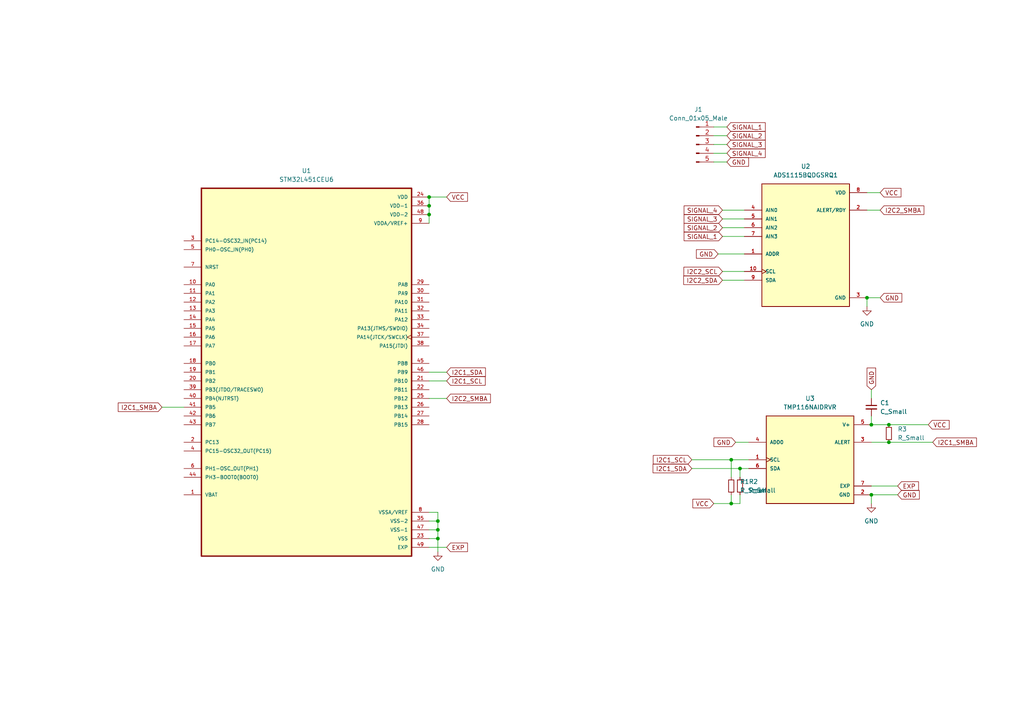
<source format=kicad_sch>
(kicad_sch (version 20211123) (generator eeschema)

  (uuid 22547a20-6f34-4c45-8d64-86a2b62d760e)

  (paper "A4")

  (lib_symbols
    (symbol "ADS1115BQDGSRQ1:ADS1115BQDGSRQ1" (pin_names (offset 1.016)) (in_bom yes) (on_board yes)
      (property "Reference" "U" (id 0) (at -12.7 18.542 0)
        (effects (font (size 1.27 1.27)) (justify left bottom))
      )
      (property "Value" "ADS1115BQDGSRQ1" (id 1) (at -12.7 -20.32 0)
        (effects (font (size 1.27 1.27)) (justify left bottom))
      )
      (property "Footprint" "SOP50P490X110-10N" (id 2) (at 0 0 0)
        (effects (font (size 1.27 1.27)) (justify left bottom) hide)
      )
      (property "Datasheet" "" (id 3) (at 0 0 0)
        (effects (font (size 1.27 1.27)) (justify left bottom) hide)
      )
      (property "STANDARD" "IPC 7351B" (id 4) (at 0 0 0)
        (effects (font (size 1.27 1.27)) (justify left bottom) hide)
      )
      (property "PARTREV" "D" (id 5) (at 0 0 0)
        (effects (font (size 1.27 1.27)) (justify left bottom) hide)
      )
      (property "MANUFACTURER" "Texas Instruments" (id 6) (at 0 0 0)
        (effects (font (size 1.27 1.27)) (justify left bottom) hide)
      )
      (property "MAXIMUM_PACKAGE_HEIGHT" "1.1 mm" (id 7) (at 0 0 0)
        (effects (font (size 1.27 1.27)) (justify left bottom) hide)
      )
      (property "ki_locked" "" (id 8) (at 0 0 0)
        (effects (font (size 1.27 1.27)))
      )
      (symbol "ADS1115BQDGSRQ1_0_0"
        (rectangle (start -12.7 -17.78) (end 12.7 17.78)
          (stroke (width 0.254) (type default) (color 0 0 0 0))
          (fill (type background))
        )
        (pin input line (at -17.78 -2.54 0) (length 5.08)
          (name "ADDR" (effects (font (size 1.016 1.016))))
          (number "1" (effects (font (size 1.016 1.016))))
        )
        (pin input clock (at -17.78 -7.62 0) (length 5.08)
          (name "SCL" (effects (font (size 1.016 1.016))))
          (number "10" (effects (font (size 1.016 1.016))))
        )
        (pin output line (at 17.78 10.16 180) (length 5.08)
          (name "ALERT/RDY" (effects (font (size 1.016 1.016))))
          (number "2" (effects (font (size 1.016 1.016))))
        )
        (pin power_in line (at 17.78 -15.24 180) (length 5.08)
          (name "GND" (effects (font (size 1.016 1.016))))
          (number "3" (effects (font (size 1.016 1.016))))
        )
        (pin input line (at -17.78 10.16 0) (length 5.08)
          (name "AIN0" (effects (font (size 1.016 1.016))))
          (number "4" (effects (font (size 1.016 1.016))))
        )
        (pin input line (at -17.78 7.62 0) (length 5.08)
          (name "AIN1" (effects (font (size 1.016 1.016))))
          (number "5" (effects (font (size 1.016 1.016))))
        )
        (pin input line (at -17.78 5.08 0) (length 5.08)
          (name "AIN2" (effects (font (size 1.016 1.016))))
          (number "6" (effects (font (size 1.016 1.016))))
        )
        (pin input line (at -17.78 2.54 0) (length 5.08)
          (name "AIN3" (effects (font (size 1.016 1.016))))
          (number "7" (effects (font (size 1.016 1.016))))
        )
        (pin power_in line (at 17.78 15.24 180) (length 5.08)
          (name "VDD" (effects (font (size 1.016 1.016))))
          (number "8" (effects (font (size 1.016 1.016))))
        )
        (pin bidirectional line (at -17.78 -10.16 0) (length 5.08)
          (name "SDA" (effects (font (size 1.016 1.016))))
          (number "9" (effects (font (size 1.016 1.016))))
        )
      )
    )
    (symbol "Connector:Conn_01x05_Male" (pin_names (offset 1.016) hide) (in_bom yes) (on_board yes)
      (property "Reference" "J" (id 0) (at 0 7.62 0)
        (effects (font (size 1.27 1.27)))
      )
      (property "Value" "Conn_01x05_Male" (id 1) (at 0 -7.62 0)
        (effects (font (size 1.27 1.27)))
      )
      (property "Footprint" "" (id 2) (at 0 0 0)
        (effects (font (size 1.27 1.27)) hide)
      )
      (property "Datasheet" "~" (id 3) (at 0 0 0)
        (effects (font (size 1.27 1.27)) hide)
      )
      (property "ki_keywords" "connector" (id 4) (at 0 0 0)
        (effects (font (size 1.27 1.27)) hide)
      )
      (property "ki_description" "Generic connector, single row, 01x05, script generated (kicad-library-utils/schlib/autogen/connector/)" (id 5) (at 0 0 0)
        (effects (font (size 1.27 1.27)) hide)
      )
      (property "ki_fp_filters" "Connector*:*_1x??_*" (id 6) (at 0 0 0)
        (effects (font (size 1.27 1.27)) hide)
      )
      (symbol "Conn_01x05_Male_1_1"
        (polyline
          (pts
            (xy 1.27 -5.08)
            (xy 0.8636 -5.08)
          )
          (stroke (width 0.1524) (type default) (color 0 0 0 0))
          (fill (type none))
        )
        (polyline
          (pts
            (xy 1.27 -2.54)
            (xy 0.8636 -2.54)
          )
          (stroke (width 0.1524) (type default) (color 0 0 0 0))
          (fill (type none))
        )
        (polyline
          (pts
            (xy 1.27 0)
            (xy 0.8636 0)
          )
          (stroke (width 0.1524) (type default) (color 0 0 0 0))
          (fill (type none))
        )
        (polyline
          (pts
            (xy 1.27 2.54)
            (xy 0.8636 2.54)
          )
          (stroke (width 0.1524) (type default) (color 0 0 0 0))
          (fill (type none))
        )
        (polyline
          (pts
            (xy 1.27 5.08)
            (xy 0.8636 5.08)
          )
          (stroke (width 0.1524) (type default) (color 0 0 0 0))
          (fill (type none))
        )
        (rectangle (start 0.8636 -4.953) (end 0 -5.207)
          (stroke (width 0.1524) (type default) (color 0 0 0 0))
          (fill (type outline))
        )
        (rectangle (start 0.8636 -2.413) (end 0 -2.667)
          (stroke (width 0.1524) (type default) (color 0 0 0 0))
          (fill (type outline))
        )
        (rectangle (start 0.8636 0.127) (end 0 -0.127)
          (stroke (width 0.1524) (type default) (color 0 0 0 0))
          (fill (type outline))
        )
        (rectangle (start 0.8636 2.667) (end 0 2.413)
          (stroke (width 0.1524) (type default) (color 0 0 0 0))
          (fill (type outline))
        )
        (rectangle (start 0.8636 5.207) (end 0 4.953)
          (stroke (width 0.1524) (type default) (color 0 0 0 0))
          (fill (type outline))
        )
        (pin passive line (at 5.08 5.08 180) (length 3.81)
          (name "Pin_1" (effects (font (size 1.27 1.27))))
          (number "1" (effects (font (size 1.27 1.27))))
        )
        (pin passive line (at 5.08 2.54 180) (length 3.81)
          (name "Pin_2" (effects (font (size 1.27 1.27))))
          (number "2" (effects (font (size 1.27 1.27))))
        )
        (pin passive line (at 5.08 0 180) (length 3.81)
          (name "Pin_3" (effects (font (size 1.27 1.27))))
          (number "3" (effects (font (size 1.27 1.27))))
        )
        (pin passive line (at 5.08 -2.54 180) (length 3.81)
          (name "Pin_4" (effects (font (size 1.27 1.27))))
          (number "4" (effects (font (size 1.27 1.27))))
        )
        (pin passive line (at 5.08 -5.08 180) (length 3.81)
          (name "Pin_5" (effects (font (size 1.27 1.27))))
          (number "5" (effects (font (size 1.27 1.27))))
        )
      )
    )
    (symbol "Device:C_Small" (pin_numbers hide) (pin_names (offset 0.254) hide) (in_bom yes) (on_board yes)
      (property "Reference" "C" (id 0) (at 0.254 1.778 0)
        (effects (font (size 1.27 1.27)) (justify left))
      )
      (property "Value" "C_Small" (id 1) (at 0.254 -2.032 0)
        (effects (font (size 1.27 1.27)) (justify left))
      )
      (property "Footprint" "" (id 2) (at 0 0 0)
        (effects (font (size 1.27 1.27)) hide)
      )
      (property "Datasheet" "~" (id 3) (at 0 0 0)
        (effects (font (size 1.27 1.27)) hide)
      )
      (property "ki_keywords" "capacitor cap" (id 4) (at 0 0 0)
        (effects (font (size 1.27 1.27)) hide)
      )
      (property "ki_description" "Unpolarized capacitor, small symbol" (id 5) (at 0 0 0)
        (effects (font (size 1.27 1.27)) hide)
      )
      (property "ki_fp_filters" "C_*" (id 6) (at 0 0 0)
        (effects (font (size 1.27 1.27)) hide)
      )
      (symbol "C_Small_0_1"
        (polyline
          (pts
            (xy -1.524 -0.508)
            (xy 1.524 -0.508)
          )
          (stroke (width 0.3302) (type default) (color 0 0 0 0))
          (fill (type none))
        )
        (polyline
          (pts
            (xy -1.524 0.508)
            (xy 1.524 0.508)
          )
          (stroke (width 0.3048) (type default) (color 0 0 0 0))
          (fill (type none))
        )
      )
      (symbol "C_Small_1_1"
        (pin passive line (at 0 2.54 270) (length 2.032)
          (name "~" (effects (font (size 1.27 1.27))))
          (number "1" (effects (font (size 1.27 1.27))))
        )
        (pin passive line (at 0 -2.54 90) (length 2.032)
          (name "~" (effects (font (size 1.27 1.27))))
          (number "2" (effects (font (size 1.27 1.27))))
        )
      )
    )
    (symbol "Device:R_Small" (pin_numbers hide) (pin_names (offset 0.254) hide) (in_bom yes) (on_board yes)
      (property "Reference" "R" (id 0) (at 0.762 0.508 0)
        (effects (font (size 1.27 1.27)) (justify left))
      )
      (property "Value" "R_Small" (id 1) (at 0.762 -1.016 0)
        (effects (font (size 1.27 1.27)) (justify left))
      )
      (property "Footprint" "" (id 2) (at 0 0 0)
        (effects (font (size 1.27 1.27)) hide)
      )
      (property "Datasheet" "~" (id 3) (at 0 0 0)
        (effects (font (size 1.27 1.27)) hide)
      )
      (property "ki_keywords" "R resistor" (id 4) (at 0 0 0)
        (effects (font (size 1.27 1.27)) hide)
      )
      (property "ki_description" "Resistor, small symbol" (id 5) (at 0 0 0)
        (effects (font (size 1.27 1.27)) hide)
      )
      (property "ki_fp_filters" "R_*" (id 6) (at 0 0 0)
        (effects (font (size 1.27 1.27)) hide)
      )
      (symbol "R_Small_0_1"
        (rectangle (start -0.762 1.778) (end 0.762 -1.778)
          (stroke (width 0.2032) (type default) (color 0 0 0 0))
          (fill (type none))
        )
      )
      (symbol "R_Small_1_1"
        (pin passive line (at 0 2.54 270) (length 0.762)
          (name "~" (effects (font (size 1.27 1.27))))
          (number "1" (effects (font (size 1.27 1.27))))
        )
        (pin passive line (at 0 -2.54 90) (length 0.762)
          (name "~" (effects (font (size 1.27 1.27))))
          (number "2" (effects (font (size 1.27 1.27))))
        )
      )
    )
    (symbol "STM32L451CEU6:STM32L451CEU6" (pin_names (offset 1.016)) (in_bom yes) (on_board yes)
      (property "Reference" "U" (id 0) (at -30.48 54.3306 0)
        (effects (font (size 1.27 1.27)) (justify left bottom))
      )
      (property "Value" "STM32L451CEU6" (id 1) (at -30.48 -57.3278 0)
        (effects (font (size 1.27 1.27)) (justify left bottom))
      )
      (property "Footprint" "QFN50P700X700X60-49N" (id 2) (at 0 0 0)
        (effects (font (size 1.27 1.27)) (justify left bottom) hide)
      )
      (property "Datasheet" "" (id 3) (at 0 0 0)
        (effects (font (size 1.27 1.27)) (justify left bottom) hide)
      )
      (property "MP" "STM32L451CEU6" (id 4) (at 0 0 0)
        (effects (font (size 1.27 1.27)) (justify left bottom) hide)
      )
      (property "PRICE" "None" (id 5) (at 0 0 0)
        (effects (font (size 1.27 1.27)) (justify left bottom) hide)
      )
      (property "PARTREV" "Rev 4" (id 6) (at 0 0 0)
        (effects (font (size 1.27 1.27)) (justify left bottom) hide)
      )
      (property "DIGIKEY-PURCHASE-URL" "https://snapeda.com/shop?store=DigiKey&id=2609381" (id 7) (at 0 0 0)
        (effects (font (size 1.27 1.27)) (justify left bottom) hide)
      )
      (property "PACKAGE" "UFQFN-48 STMicroelectronics" (id 8) (at 0 0 0)
        (effects (font (size 1.27 1.27)) (justify left bottom) hide)
      )
      (property "AVAILABILITY" "Unavailable" (id 9) (at 0 0 0)
        (effects (font (size 1.27 1.27)) (justify left bottom) hide)
      )
      (property "MOUSER-PURCHASE-URL" "https://snapeda.com/shop?store=Mouser&id=2609381" (id 10) (at 0 0 0)
        (effects (font (size 1.27 1.27)) (justify left bottom) hide)
      )
      (property "MF" "STMicroelectronics" (id 11) (at 0 0 0)
        (effects (font (size 1.27 1.27)) (justify left bottom) hide)
      )
      (property "DESCRIPTION" "ARM® Cortex®-M4 STM32L4 Microcontroller IC 32-Bit 80MHz 512KB (512K x 8) FLASH 48-UFQFPN (7x7)" (id 12) (at 0 0 0)
        (effects (font (size 1.27 1.27)) (justify left bottom) hide)
      )
      (property "ki_locked" "" (id 13) (at 0 0 0)
        (effects (font (size 1.27 1.27)))
      )
      (symbol "STM32L451CEU6_0_0"
        (rectangle (start -30.48 -53.34) (end 30.48 53.34)
          (stroke (width 0.4064) (type default) (color 0 0 0 0))
          (fill (type background))
        )
        (pin passive line (at -35.56 -35.56 0) (length 5.08)
          (name "VBAT" (effects (font (size 1.016 1.016))))
          (number "1" (effects (font (size 1.016 1.016))))
        )
        (pin bidirectional line (at -35.56 25.4 0) (length 5.08)
          (name "PA0" (effects (font (size 1.016 1.016))))
          (number "10" (effects (font (size 1.016 1.016))))
        )
        (pin bidirectional line (at -35.56 22.86 0) (length 5.08)
          (name "PA1" (effects (font (size 1.016 1.016))))
          (number "11" (effects (font (size 1.016 1.016))))
        )
        (pin bidirectional line (at -35.56 20.32 0) (length 5.08)
          (name "PA2" (effects (font (size 1.016 1.016))))
          (number "12" (effects (font (size 1.016 1.016))))
        )
        (pin bidirectional line (at -35.56 17.78 0) (length 5.08)
          (name "PA3" (effects (font (size 1.016 1.016))))
          (number "13" (effects (font (size 1.016 1.016))))
        )
        (pin bidirectional line (at -35.56 15.24 0) (length 5.08)
          (name "PA4" (effects (font (size 1.016 1.016))))
          (number "14" (effects (font (size 1.016 1.016))))
        )
        (pin bidirectional line (at -35.56 12.7 0) (length 5.08)
          (name "PA5" (effects (font (size 1.016 1.016))))
          (number "15" (effects (font (size 1.016 1.016))))
        )
        (pin bidirectional line (at -35.56 10.16 0) (length 5.08)
          (name "PA6" (effects (font (size 1.016 1.016))))
          (number "16" (effects (font (size 1.016 1.016))))
        )
        (pin bidirectional line (at -35.56 7.62 0) (length 5.08)
          (name "PA7" (effects (font (size 1.016 1.016))))
          (number "17" (effects (font (size 1.016 1.016))))
        )
        (pin bidirectional line (at -35.56 2.54 0) (length 5.08)
          (name "PB0" (effects (font (size 1.016 1.016))))
          (number "18" (effects (font (size 1.016 1.016))))
        )
        (pin bidirectional line (at -35.56 0 0) (length 5.08)
          (name "PB1" (effects (font (size 1.016 1.016))))
          (number "19" (effects (font (size 1.016 1.016))))
        )
        (pin bidirectional line (at -35.56 -20.32 0) (length 5.08)
          (name "PC13" (effects (font (size 1.016 1.016))))
          (number "2" (effects (font (size 1.016 1.016))))
        )
        (pin bidirectional line (at -35.56 -2.54 0) (length 5.08)
          (name "PB2" (effects (font (size 1.016 1.016))))
          (number "20" (effects (font (size 1.016 1.016))))
        )
        (pin bidirectional line (at 35.56 -2.54 180) (length 5.08)
          (name "PB10" (effects (font (size 1.016 1.016))))
          (number "21" (effects (font (size 1.016 1.016))))
        )
        (pin bidirectional line (at 35.56 -5.08 180) (length 5.08)
          (name "PB11" (effects (font (size 1.016 1.016))))
          (number "22" (effects (font (size 1.016 1.016))))
        )
        (pin power_in line (at 35.56 -48.26 180) (length 5.08)
          (name "VSS" (effects (font (size 1.016 1.016))))
          (number "23" (effects (font (size 1.016 1.016))))
        )
        (pin power_in line (at 35.56 50.8 180) (length 5.08)
          (name "VDD" (effects (font (size 1.016 1.016))))
          (number "24" (effects (font (size 1.016 1.016))))
        )
        (pin bidirectional line (at 35.56 -7.62 180) (length 5.08)
          (name "PB12" (effects (font (size 1.016 1.016))))
          (number "25" (effects (font (size 1.016 1.016))))
        )
        (pin bidirectional line (at 35.56 -10.16 180) (length 5.08)
          (name "PB13" (effects (font (size 1.016 1.016))))
          (number "26" (effects (font (size 1.016 1.016))))
        )
        (pin bidirectional line (at 35.56 -12.7 180) (length 5.08)
          (name "PB14" (effects (font (size 1.016 1.016))))
          (number "27" (effects (font (size 1.016 1.016))))
        )
        (pin bidirectional line (at 35.56 -15.24 180) (length 5.08)
          (name "PB15" (effects (font (size 1.016 1.016))))
          (number "28" (effects (font (size 1.016 1.016))))
        )
        (pin bidirectional line (at 35.56 25.4 180) (length 5.08)
          (name "PA8" (effects (font (size 1.016 1.016))))
          (number "29" (effects (font (size 1.016 1.016))))
        )
        (pin input line (at -35.56 38.1 0) (length 5.08)
          (name "PC14-OSC32_IN(PC14)" (effects (font (size 1.016 1.016))))
          (number "3" (effects (font (size 1.016 1.016))))
        )
        (pin bidirectional line (at 35.56 22.86 180) (length 5.08)
          (name "PA9" (effects (font (size 1.016 1.016))))
          (number "30" (effects (font (size 1.016 1.016))))
        )
        (pin bidirectional line (at 35.56 20.32 180) (length 5.08)
          (name "PA10" (effects (font (size 1.016 1.016))))
          (number "31" (effects (font (size 1.016 1.016))))
        )
        (pin bidirectional line (at 35.56 17.78 180) (length 5.08)
          (name "PA11" (effects (font (size 1.016 1.016))))
          (number "32" (effects (font (size 1.016 1.016))))
        )
        (pin bidirectional line (at 35.56 15.24 180) (length 5.08)
          (name "PA12" (effects (font (size 1.016 1.016))))
          (number "33" (effects (font (size 1.016 1.016))))
        )
        (pin bidirectional line (at 35.56 12.7 180) (length 5.08)
          (name "PA13(JTMS/SWDIO)" (effects (font (size 1.016 1.016))))
          (number "34" (effects (font (size 1.016 1.016))))
        )
        (pin power_in line (at 35.56 -43.18 180) (length 5.08)
          (name "VSS-2" (effects (font (size 1.016 1.016))))
          (number "35" (effects (font (size 1.016 1.016))))
        )
        (pin power_in line (at 35.56 48.26 180) (length 5.08)
          (name "VDD-1" (effects (font (size 1.016 1.016))))
          (number "36" (effects (font (size 1.016 1.016))))
        )
        (pin bidirectional clock (at 35.56 10.16 180) (length 5.08)
          (name "PA14(JTCK/SWCLK)" (effects (font (size 1.016 1.016))))
          (number "37" (effects (font (size 1.016 1.016))))
        )
        (pin bidirectional line (at 35.56 7.62 180) (length 5.08)
          (name "PA15(JTDI)" (effects (font (size 1.016 1.016))))
          (number "38" (effects (font (size 1.016 1.016))))
        )
        (pin bidirectional line (at -35.56 -5.08 0) (length 5.08)
          (name "PB3(JTDO/TRACESWO)" (effects (font (size 1.016 1.016))))
          (number "39" (effects (font (size 1.016 1.016))))
        )
        (pin bidirectional line (at -35.56 -22.86 0) (length 5.08)
          (name "PC15-OSC32_OUT(PC15)" (effects (font (size 1.016 1.016))))
          (number "4" (effects (font (size 1.016 1.016))))
        )
        (pin bidirectional line (at -35.56 -7.62 0) (length 5.08)
          (name "PB4(NJTRST)" (effects (font (size 1.016 1.016))))
          (number "40" (effects (font (size 1.016 1.016))))
        )
        (pin bidirectional line (at -35.56 -10.16 0) (length 5.08)
          (name "PB5" (effects (font (size 1.016 1.016))))
          (number "41" (effects (font (size 1.016 1.016))))
        )
        (pin bidirectional line (at -35.56 -12.7 0) (length 5.08)
          (name "PB6" (effects (font (size 1.016 1.016))))
          (number "42" (effects (font (size 1.016 1.016))))
        )
        (pin bidirectional line (at -35.56 -15.24 0) (length 5.08)
          (name "PB7" (effects (font (size 1.016 1.016))))
          (number "43" (effects (font (size 1.016 1.016))))
        )
        (pin bidirectional line (at -35.56 -30.48 0) (length 5.08)
          (name "PH3-BOOT0(BOOT0)" (effects (font (size 1.016 1.016))))
          (number "44" (effects (font (size 1.016 1.016))))
        )
        (pin bidirectional line (at 35.56 2.54 180) (length 5.08)
          (name "PB8" (effects (font (size 1.016 1.016))))
          (number "45" (effects (font (size 1.016 1.016))))
        )
        (pin bidirectional line (at 35.56 0 180) (length 5.08)
          (name "PB9" (effects (font (size 1.016 1.016))))
          (number "46" (effects (font (size 1.016 1.016))))
        )
        (pin power_in line (at 35.56 -45.72 180) (length 5.08)
          (name "VSS-1" (effects (font (size 1.016 1.016))))
          (number "47" (effects (font (size 1.016 1.016))))
        )
        (pin power_in line (at 35.56 45.72 180) (length 5.08)
          (name "VDD-2" (effects (font (size 1.016 1.016))))
          (number "48" (effects (font (size 1.016 1.016))))
        )
        (pin power_in line (at 35.56 -50.8 180) (length 5.08)
          (name "EXP" (effects (font (size 1.016 1.016))))
          (number "49" (effects (font (size 1.016 1.016))))
        )
        (pin input line (at -35.56 35.56 0) (length 5.08)
          (name "PH0-OSC_IN(PH0)" (effects (font (size 1.016 1.016))))
          (number "5" (effects (font (size 1.016 1.016))))
        )
        (pin bidirectional line (at -35.56 -27.94 0) (length 5.08)
          (name "PH1-OSC_OUT(PH1)" (effects (font (size 1.016 1.016))))
          (number "6" (effects (font (size 1.016 1.016))))
        )
        (pin bidirectional line (at -35.56 30.48 0) (length 5.08)
          (name "NRST" (effects (font (size 1.016 1.016))))
          (number "7" (effects (font (size 1.016 1.016))))
        )
        (pin power_in line (at 35.56 -40.64 180) (length 5.08)
          (name "VSSA/VREF" (effects (font (size 1.016 1.016))))
          (number "8" (effects (font (size 1.016 1.016))))
        )
        (pin power_in line (at 35.56 43.18 180) (length 5.08)
          (name "VDDA/VREF+" (effects (font (size 1.016 1.016))))
          (number "9" (effects (font (size 1.016 1.016))))
        )
      )
    )
    (symbol "TMP116NAIDRVR:TMP116NAIDRVR" (pin_names (offset 1.016)) (in_bom yes) (on_board yes)
      (property "Reference" "U" (id 0) (at -12.7 13.462 0)
        (effects (font (size 1.27 1.27)) (justify left bottom))
      )
      (property "Value" "TMP116NAIDRVR" (id 1) (at -12.7 -13.462 0)
        (effects (font (size 1.27 1.27)) (justify left bottom))
      )
      (property "Footprint" "SON65P200X200X80-7N" (id 2) (at 0 0 0)
        (effects (font (size 1.27 1.27)) (justify left bottom) hide)
      )
      (property "Datasheet" "" (id 3) (at 0 0 0)
        (effects (font (size 1.27 1.27)) (justify left bottom) hide)
      )
      (property "STANDARD" "IPC 7351B" (id 4) (at 0 0 0)
        (effects (font (size 1.27 1.27)) (justify left bottom) hide)
      )
      (property "PARTREV" "Rev. A" (id 5) (at 0 0 0)
        (effects (font (size 1.27 1.27)) (justify left bottom) hide)
      )
      (property "MANUFACTURER" "Texas Instruments" (id 6) (at 0 0 0)
        (effects (font (size 1.27 1.27)) (justify left bottom) hide)
      )
      (property "MAXIMUM_PACKAGE_HEIGHT" "0.8 mm" (id 7) (at 0 0 0)
        (effects (font (size 1.27 1.27)) (justify left bottom) hide)
      )
      (property "ki_locked" "" (id 8) (at 0 0 0)
        (effects (font (size 1.27 1.27)))
      )
      (symbol "TMP116NAIDRVR_0_0"
        (rectangle (start -12.7 -12.7) (end 12.7 12.7)
          (stroke (width 0.254) (type default) (color 0 0 0 0))
          (fill (type background))
        )
        (pin input clock (at -17.78 0 0) (length 5.08)
          (name "SCL" (effects (font (size 1.016 1.016))))
          (number "1" (effects (font (size 1.016 1.016))))
        )
        (pin power_in line (at 17.78 -10.16 180) (length 5.08)
          (name "GND" (effects (font (size 1.016 1.016))))
          (number "2" (effects (font (size 1.016 1.016))))
        )
        (pin output line (at 17.78 5.08 180) (length 5.08)
          (name "ALERT" (effects (font (size 1.016 1.016))))
          (number "3" (effects (font (size 1.016 1.016))))
        )
        (pin input line (at -17.78 5.08 0) (length 5.08)
          (name "ADD0" (effects (font (size 1.016 1.016))))
          (number "4" (effects (font (size 1.016 1.016))))
        )
        (pin power_in line (at 17.78 10.16 180) (length 5.08)
          (name "V+" (effects (font (size 1.016 1.016))))
          (number "5" (effects (font (size 1.016 1.016))))
        )
        (pin bidirectional line (at -17.78 -2.54 0) (length 5.08)
          (name "SDA" (effects (font (size 1.016 1.016))))
          (number "6" (effects (font (size 1.016 1.016))))
        )
        (pin power_in line (at 17.78 -7.62 180) (length 5.08)
          (name "EXP" (effects (font (size 1.016 1.016))))
          (number "7" (effects (font (size 1.016 1.016))))
        )
      )
    )
    (symbol "power:GND" (power) (pin_names (offset 0)) (in_bom yes) (on_board yes)
      (property "Reference" "#PWR" (id 0) (at 0 -6.35 0)
        (effects (font (size 1.27 1.27)) hide)
      )
      (property "Value" "GND" (id 1) (at 0 -3.81 0)
        (effects (font (size 1.27 1.27)))
      )
      (property "Footprint" "" (id 2) (at 0 0 0)
        (effects (font (size 1.27 1.27)) hide)
      )
      (property "Datasheet" "" (id 3) (at 0 0 0)
        (effects (font (size 1.27 1.27)) hide)
      )
      (property "ki_keywords" "power-flag" (id 4) (at 0 0 0)
        (effects (font (size 1.27 1.27)) hide)
      )
      (property "ki_description" "Power symbol creates a global label with name \"GND\" , ground" (id 5) (at 0 0 0)
        (effects (font (size 1.27 1.27)) hide)
      )
      (symbol "GND_0_1"
        (polyline
          (pts
            (xy 0 0)
            (xy 0 -1.27)
            (xy 1.27 -1.27)
            (xy 0 -2.54)
            (xy -1.27 -1.27)
            (xy 0 -1.27)
          )
          (stroke (width 0) (type default) (color 0 0 0 0))
          (fill (type none))
        )
      )
      (symbol "GND_1_1"
        (pin power_in line (at 0 0 270) (length 0) hide
          (name "GND" (effects (font (size 1.27 1.27))))
          (number "1" (effects (font (size 1.27 1.27))))
        )
      )
    )
  )

  (junction (at 124.46 57.15) (diameter 0) (color 0 0 0 0)
    (uuid 2409408c-c0a9-4301-b5d8-be96f589e190)
  )
  (junction (at 257.81 123.19) (diameter 0) (color 0 0 0 0)
    (uuid 3681004d-e2c4-4f4f-887b-2f200c0b015c)
  )
  (junction (at 127 153.67) (diameter 0) (color 0 0 0 0)
    (uuid 382e15e1-9a67-4351-88cc-5a549d83002a)
  )
  (junction (at 127 151.13) (diameter 0) (color 0 0 0 0)
    (uuid 44710059-4d6a-4ad7-a341-3be53ea9296f)
  )
  (junction (at 124.46 59.69) (diameter 0) (color 0 0 0 0)
    (uuid 4659c1b4-316b-460d-a17f-02acb7cbfc44)
  )
  (junction (at 212.09 133.35) (diameter 0) (color 0 0 0 0)
    (uuid 5599406f-da15-42da-a04d-c2116f39a253)
  )
  (junction (at 257.81 128.27) (diameter 0) (color 0 0 0 0)
    (uuid 743ed13a-586d-4a7b-83fa-00e5d50ef500)
  )
  (junction (at 214.63 135.89) (diameter 0) (color 0 0 0 0)
    (uuid 7a456982-f05a-4e90-b6fb-9e3cbc9e58be)
  )
  (junction (at 127 156.21) (diameter 0) (color 0 0 0 0)
    (uuid a4494649-a5d4-47c9-a022-94267677e3a9)
  )
  (junction (at 252.73 123.19) (diameter 0) (color 0 0 0 0)
    (uuid d34aac48-c2d6-4cf9-a59a-5b2c2d692e80)
  )
  (junction (at 251.46 86.36) (diameter 0) (color 0 0 0 0)
    (uuid e203d836-01b9-4742-95b0-b818b8d5ad1d)
  )
  (junction (at 212.09 146.05) (diameter 0) (color 0 0 0 0)
    (uuid e58b0468-1419-4472-889b-ea4aba7ed3dc)
  )
  (junction (at 124.46 62.23) (diameter 0) (color 0 0 0 0)
    (uuid ec1a6f32-eb73-4d78-a2a8-51aedeba85b1)
  )
  (junction (at 252.73 143.51) (diameter 0) (color 0 0 0 0)
    (uuid f15036e0-dbbe-4be3-981a-062359f82d5e)
  )

  (wire (pts (xy 46.99 118.11) (xy 53.34 118.11))
    (stroke (width 0) (type default) (color 0 0 0 0))
    (uuid 01c0fb16-c2f4-4320-a73b-591e67e960e3)
  )
  (wire (pts (xy 252.73 143.51) (xy 252.73 146.05))
    (stroke (width 0) (type default) (color 0 0 0 0))
    (uuid 046509fc-ee03-41d2-8df2-0f13c1449fa8)
  )
  (wire (pts (xy 251.46 86.36) (xy 251.46 88.9))
    (stroke (width 0) (type default) (color 0 0 0 0))
    (uuid 0a3b40d6-261d-4599-89ef-a095dde85c9d)
  )
  (wire (pts (xy 124.46 158.75) (xy 129.54 158.75))
    (stroke (width 0) (type default) (color 0 0 0 0))
    (uuid 0dd85e5f-39ca-49ea-be5b-270bb1e8064b)
  )
  (wire (pts (xy 212.09 133.35) (xy 212.09 138.43))
    (stroke (width 0) (type default) (color 0 0 0 0))
    (uuid 11904119-619d-40b0-8ce8-c61e54dcfeb6)
  )
  (wire (pts (xy 209.55 68.58) (xy 215.9 68.58))
    (stroke (width 0) (type default) (color 0 0 0 0))
    (uuid 1193ec96-b0e9-4246-a348-048890499996)
  )
  (wire (pts (xy 251.46 60.96) (xy 255.27 60.96))
    (stroke (width 0) (type default) (color 0 0 0 0))
    (uuid 227f574f-971d-43df-a115-283ad6fd65ec)
  )
  (wire (pts (xy 124.46 115.57) (xy 129.54 115.57))
    (stroke (width 0) (type default) (color 0 0 0 0))
    (uuid 28f1f076-91c9-42a7-8d66-b7d224d3308e)
  )
  (wire (pts (xy 124.46 57.15) (xy 129.54 57.15))
    (stroke (width 0) (type default) (color 0 0 0 0))
    (uuid 2adbad2b-46af-4caa-a651-e9f024a9fb8b)
  )
  (wire (pts (xy 252.73 123.19) (xy 257.81 123.19))
    (stroke (width 0) (type default) (color 0 0 0 0))
    (uuid 2ef0a51f-e172-435b-8b0d-3375eb0f0fba)
  )
  (wire (pts (xy 209.55 63.5) (xy 215.9 63.5))
    (stroke (width 0) (type default) (color 0 0 0 0))
    (uuid 3afa919a-d589-40ea-a91a-b4b0d1d034c0)
  )
  (wire (pts (xy 252.73 120.65) (xy 252.73 123.19))
    (stroke (width 0) (type default) (color 0 0 0 0))
    (uuid 47c7f23e-b65a-48e7-8e43-79b9a9c1ea90)
  )
  (wire (pts (xy 209.55 81.28) (xy 215.9 81.28))
    (stroke (width 0) (type default) (color 0 0 0 0))
    (uuid 505f9ec1-9f10-4826-beca-72fe74f65969)
  )
  (wire (pts (xy 252.73 143.51) (xy 260.35 143.51))
    (stroke (width 0) (type default) (color 0 0 0 0))
    (uuid 5461dfe1-dd41-4fb3-a188-82dbea11ab5d)
  )
  (wire (pts (xy 209.55 66.04) (xy 215.9 66.04))
    (stroke (width 0) (type default) (color 0 0 0 0))
    (uuid 60b3b536-fe44-4f6d-ba73-3ddc7317c0a9)
  )
  (wire (pts (xy 127 160.02) (xy 127 156.21))
    (stroke (width 0) (type default) (color 0 0 0 0))
    (uuid 6c8751cd-556c-475d-8442-c93aed400a10)
  )
  (wire (pts (xy 124.46 110.49) (xy 129.54 110.49))
    (stroke (width 0) (type default) (color 0 0 0 0))
    (uuid 6ca3a469-a604-4bb2-90cd-48045048333d)
  )
  (wire (pts (xy 212.09 133.35) (xy 217.17 133.35))
    (stroke (width 0) (type default) (color 0 0 0 0))
    (uuid 6d6485db-0ecb-46df-850c-4b00d8975cef)
  )
  (wire (pts (xy 209.55 60.96) (xy 215.9 60.96))
    (stroke (width 0) (type default) (color 0 0 0 0))
    (uuid 73c388fb-59c9-42d6-913c-4d9023ab66e8)
  )
  (wire (pts (xy 124.46 62.23) (xy 124.46 64.77))
    (stroke (width 0) (type default) (color 0 0 0 0))
    (uuid 76795551-a43f-47a7-b60e-b68f10e24888)
  )
  (wire (pts (xy 207.01 41.91) (xy 210.82 41.91))
    (stroke (width 0) (type default) (color 0 0 0 0))
    (uuid 769c100a-c049-49f5-975d-f62b2a45dd9b)
  )
  (wire (pts (xy 124.46 153.67) (xy 127 153.67))
    (stroke (width 0) (type default) (color 0 0 0 0))
    (uuid 76c23f5a-d83b-486d-b70c-a6eacde8550a)
  )
  (wire (pts (xy 200.66 135.89) (xy 214.63 135.89))
    (stroke (width 0) (type default) (color 0 0 0 0))
    (uuid 784502a0-a221-4530-abc7-0f9d53abfcb1)
  )
  (wire (pts (xy 127 156.21) (xy 127 153.67))
    (stroke (width 0) (type default) (color 0 0 0 0))
    (uuid 7dd14df9-3084-4c01-96e2-b9a6e3526320)
  )
  (wire (pts (xy 214.63 146.05) (xy 214.63 143.51))
    (stroke (width 0) (type default) (color 0 0 0 0))
    (uuid 7f8c94dd-1ce1-4d19-889b-0bfaed820154)
  )
  (wire (pts (xy 212.09 146.05) (xy 214.63 146.05))
    (stroke (width 0) (type default) (color 0 0 0 0))
    (uuid 838b29d9-760c-4d01-98f2-a051bd98b0ff)
  )
  (wire (pts (xy 213.36 128.27) (xy 217.17 128.27))
    (stroke (width 0) (type default) (color 0 0 0 0))
    (uuid 8b6b57ef-62b9-48db-aa57-01da00778c61)
  )
  (wire (pts (xy 124.46 107.95) (xy 129.54 107.95))
    (stroke (width 0) (type default) (color 0 0 0 0))
    (uuid 97dddd05-e277-4e52-b32a-28dd6be13d4b)
  )
  (wire (pts (xy 124.46 59.69) (xy 124.46 62.23))
    (stroke (width 0) (type default) (color 0 0 0 0))
    (uuid a36ae862-c2b0-4bf7-974a-8f026e50e2fa)
  )
  (wire (pts (xy 214.63 135.89) (xy 214.63 138.43))
    (stroke (width 0) (type default) (color 0 0 0 0))
    (uuid a624dba0-528a-415c-bca1-60716a9f77cf)
  )
  (wire (pts (xy 207.01 39.37) (xy 210.82 39.37))
    (stroke (width 0) (type default) (color 0 0 0 0))
    (uuid a75aebd6-efed-4ca8-9f8e-7afbc384f351)
  )
  (wire (pts (xy 252.73 113.03) (xy 252.73 115.57))
    (stroke (width 0) (type default) (color 0 0 0 0))
    (uuid a75f340b-ae27-4c0d-a1ca-d38de31c3f36)
  )
  (wire (pts (xy 251.46 86.36) (xy 255.27 86.36))
    (stroke (width 0) (type default) (color 0 0 0 0))
    (uuid a8b91694-10ad-483c-85e9-e7754701fae4)
  )
  (wire (pts (xy 207.01 46.99) (xy 210.82 46.99))
    (stroke (width 0) (type default) (color 0 0 0 0))
    (uuid b1282adb-4242-4e53-8d4a-479f966d698c)
  )
  (wire (pts (xy 200.66 133.35) (xy 212.09 133.35))
    (stroke (width 0) (type default) (color 0 0 0 0))
    (uuid b26ea949-c031-4e87-aa4c-5b0817138629)
  )
  (wire (pts (xy 252.73 140.97) (xy 260.35 140.97))
    (stroke (width 0) (type default) (color 0 0 0 0))
    (uuid b3cc52f2-991c-4cd8-9de0-07d8a1ef43a8)
  )
  (wire (pts (xy 127 148.59) (xy 124.46 148.59))
    (stroke (width 0) (type default) (color 0 0 0 0))
    (uuid b48216c5-514d-4e22-8f16-4fa788a7e302)
  )
  (wire (pts (xy 251.46 55.88) (xy 255.27 55.88))
    (stroke (width 0) (type default) (color 0 0 0 0))
    (uuid ba29a950-4113-4322-8db7-f90010eda6c1)
  )
  (wire (pts (xy 127 153.67) (xy 127 151.13))
    (stroke (width 0) (type default) (color 0 0 0 0))
    (uuid bcec399c-12a3-4bef-a0c1-75c9a3845a2e)
  )
  (wire (pts (xy 257.81 123.19) (xy 269.24 123.19))
    (stroke (width 0) (type default) (color 0 0 0 0))
    (uuid c172cee9-3096-4de9-b616-c5fd895976a0)
  )
  (wire (pts (xy 207.01 146.05) (xy 212.09 146.05))
    (stroke (width 0) (type default) (color 0 0 0 0))
    (uuid c6912578-3ac4-4d9d-9d84-6c966280479b)
  )
  (wire (pts (xy 127 151.13) (xy 127 148.59))
    (stroke (width 0) (type default) (color 0 0 0 0))
    (uuid c6b03c07-860f-4eea-96f4-22ad2c057190)
  )
  (wire (pts (xy 124.46 156.21) (xy 127 156.21))
    (stroke (width 0) (type default) (color 0 0 0 0))
    (uuid d066452c-f0e7-4975-a1f0-ac9a53b44353)
  )
  (wire (pts (xy 124.46 151.13) (xy 127 151.13))
    (stroke (width 0) (type default) (color 0 0 0 0))
    (uuid d227198e-fc4c-4b3d-91d2-d8967edc8890)
  )
  (wire (pts (xy 207.01 36.83) (xy 210.82 36.83))
    (stroke (width 0) (type default) (color 0 0 0 0))
    (uuid d4ab31c0-91bb-4a95-8b5d-94e2d264f62a)
  )
  (wire (pts (xy 212.09 143.51) (xy 212.09 146.05))
    (stroke (width 0) (type default) (color 0 0 0 0))
    (uuid dccb562c-13f8-4403-8315-8cc31b09f449)
  )
  (wire (pts (xy 209.55 78.74) (xy 215.9 78.74))
    (stroke (width 0) (type default) (color 0 0 0 0))
    (uuid e5adf1f9-784e-4fbd-ac32-7413f6a11ba2)
  )
  (wire (pts (xy 214.63 135.89) (xy 217.17 135.89))
    (stroke (width 0) (type default) (color 0 0 0 0))
    (uuid ed7a168f-dbda-4ff6-a6e3-d688441dd8d5)
  )
  (wire (pts (xy 124.46 57.15) (xy 124.46 59.69))
    (stroke (width 0) (type default) (color 0 0 0 0))
    (uuid f1e034c2-91d2-4d47-bca7-8e29c1094414)
  )
  (wire (pts (xy 252.73 128.27) (xy 257.81 128.27))
    (stroke (width 0) (type default) (color 0 0 0 0))
    (uuid f21fb674-7d46-4320-9cd4-7cbf64b9b9e2)
  )
  (wire (pts (xy 208.28 73.66) (xy 215.9 73.66))
    (stroke (width 0) (type default) (color 0 0 0 0))
    (uuid f2cc4d3c-1836-4dee-b211-c420d224dbaf)
  )
  (wire (pts (xy 207.01 44.45) (xy 210.82 44.45))
    (stroke (width 0) (type default) (color 0 0 0 0))
    (uuid f9ad0d28-1609-4e5a-93bb-93027ecff271)
  )
  (wire (pts (xy 257.81 128.27) (xy 270.51 128.27))
    (stroke (width 0) (type default) (color 0 0 0 0))
    (uuid fb45b01c-6646-443f-b27e-cd2ca5ffff20)
  )

  (global_label "SIGNAL_3" (shape input) (at 209.55 63.5 180) (fields_autoplaced)
    (effects (font (size 1.27 1.27)) (justify right))
    (uuid 201772e6-ef17-454d-849d-95130e6980e6)
    (property "Intersheet References" "${INTERSHEET_REFS}" (id 0) (at 198.4283 63.5794 0)
      (effects (font (size 1.27 1.27)) (justify right) hide)
    )
  )
  (global_label "I2C1_SCL" (shape input) (at 129.54 110.49 0) (fields_autoplaced)
    (effects (font (size 1.27 1.27)) (justify left))
    (uuid 25f8db7e-9eef-4223-ba00-9f8c539ccde4)
    (property "Intersheet References" "${INTERSHEET_REFS}" (id 0) (at 140.7221 110.4106 0)
      (effects (font (size 1.27 1.27)) (justify left) hide)
    )
  )
  (global_label "GND" (shape input) (at 208.28 73.66 180) (fields_autoplaced)
    (effects (font (size 1.27 1.27)) (justify right))
    (uuid 29b7daf5-dab2-490f-ac28-690f32971f3b)
    (property "Intersheet References" "${INTERSHEET_REFS}" (id 0) (at 201.9964 73.5806 0)
      (effects (font (size 1.27 1.27)) (justify right) hide)
    )
  )
  (global_label "I2C1_SCL" (shape input) (at 200.66 133.35 180) (fields_autoplaced)
    (effects (font (size 1.27 1.27)) (justify right))
    (uuid 309208cc-41d8-4b0b-bc44-d26d13b30dac)
    (property "Intersheet References" "${INTERSHEET_REFS}" (id 0) (at 189.4779 133.4294 0)
      (effects (font (size 1.27 1.27)) (justify right) hide)
    )
  )
  (global_label "SIGNAL_4" (shape input) (at 210.82 44.45 0) (fields_autoplaced)
    (effects (font (size 1.27 1.27)) (justify left))
    (uuid 39fb1adc-9d2f-4690-b283-7f8ecb82e72d)
    (property "Intersheet References" "${INTERSHEET_REFS}" (id 0) (at 221.9417 44.3706 0)
      (effects (font (size 1.27 1.27)) (justify left) hide)
    )
  )
  (global_label "I2C2_SCL" (shape input) (at 209.55 78.74 180) (fields_autoplaced)
    (effects (font (size 1.27 1.27)) (justify right))
    (uuid 44fbf772-b56c-4eff-b19a-694ae175078c)
    (property "Intersheet References" "${INTERSHEET_REFS}" (id 0) (at 198.3679 78.6606 0)
      (effects (font (size 1.27 1.27)) (justify right) hide)
    )
  )
  (global_label "I2C1_SMBA" (shape input) (at 46.99 118.11 180) (fields_autoplaced)
    (effects (font (size 1.27 1.27)) (justify right))
    (uuid 502f49a0-5fa7-45c8-8ace-0e0e5744872b)
    (property "Intersheet References" "${INTERSHEET_REFS}" (id 0) (at 34.2959 118.0306 0)
      (effects (font (size 1.27 1.27)) (justify right) hide)
    )
  )
  (global_label "SIGNAL_2" (shape input) (at 209.55 66.04 180) (fields_autoplaced)
    (effects (font (size 1.27 1.27)) (justify right))
    (uuid 5f914ccc-af46-4dd5-93fd-df335fc578bd)
    (property "Intersheet References" "${INTERSHEET_REFS}" (id 0) (at 198.4283 66.1194 0)
      (effects (font (size 1.27 1.27)) (justify right) hide)
    )
  )
  (global_label "GND" (shape input) (at 213.36 128.27 180) (fields_autoplaced)
    (effects (font (size 1.27 1.27)) (justify right))
    (uuid 610d73bf-7bd9-499b-a308-3e2101cef88d)
    (property "Intersheet References" "${INTERSHEET_REFS}" (id 0) (at 207.0764 128.3494 0)
      (effects (font (size 1.27 1.27)) (justify right) hide)
    )
  )
  (global_label "GND" (shape input) (at 255.27 86.36 0) (fields_autoplaced)
    (effects (font (size 1.27 1.27)) (justify left))
    (uuid 61cdc483-4987-422f-aac8-153fb77dc31f)
    (property "Intersheet References" "${INTERSHEET_REFS}" (id 0) (at 261.5536 86.2806 0)
      (effects (font (size 1.27 1.27)) (justify left) hide)
    )
  )
  (global_label "VCC" (shape input) (at 207.01 146.05 180) (fields_autoplaced)
    (effects (font (size 1.27 1.27)) (justify right))
    (uuid 69a70027-caeb-41b1-a8a3-6626ac2b3579)
    (property "Intersheet References" "${INTERSHEET_REFS}" (id 0) (at 200.9683 146.1294 0)
      (effects (font (size 1.27 1.27)) (justify right) hide)
    )
  )
  (global_label "VCC" (shape input) (at 129.54 57.15 0) (fields_autoplaced)
    (effects (font (size 1.27 1.27)) (justify left))
    (uuid 706bece9-b980-4420-a866-a63a48a63c89)
    (property "Intersheet References" "${INTERSHEET_REFS}" (id 0) (at 135.5817 57.0706 0)
      (effects (font (size 1.27 1.27)) (justify left) hide)
    )
  )
  (global_label "SIGNAL_1" (shape input) (at 209.55 68.58 180) (fields_autoplaced)
    (effects (font (size 1.27 1.27)) (justify right))
    (uuid 70e12027-9c1e-45be-b8dd-acbe09edda89)
    (property "Intersheet References" "${INTERSHEET_REFS}" (id 0) (at 198.4283 68.6594 0)
      (effects (font (size 1.27 1.27)) (justify right) hide)
    )
  )
  (global_label "VCC" (shape input) (at 255.27 55.88 0) (fields_autoplaced)
    (effects (font (size 1.27 1.27)) (justify left))
    (uuid 8f4dd839-ec5f-4346-888a-e477031b3f56)
    (property "Intersheet References" "${INTERSHEET_REFS}" (id 0) (at 261.3117 55.8006 0)
      (effects (font (size 1.27 1.27)) (justify left) hide)
    )
  )
  (global_label "SIGNAL_3" (shape input) (at 210.82 41.91 0) (fields_autoplaced)
    (effects (font (size 1.27 1.27)) (justify left))
    (uuid 97ff7b0e-e0f1-4ba9-be50-4d0283144fcd)
    (property "Intersheet References" "${INTERSHEET_REFS}" (id 0) (at 221.9417 41.8306 0)
      (effects (font (size 1.27 1.27)) (justify left) hide)
    )
  )
  (global_label "I2C2_SMBA" (shape input) (at 255.27 60.96 0) (fields_autoplaced)
    (effects (font (size 1.27 1.27)) (justify left))
    (uuid a1583086-8c7d-413e-97fe-505e37cddf3a)
    (property "Intersheet References" "${INTERSHEET_REFS}" (id 0) (at 267.9641 60.8806 0)
      (effects (font (size 1.27 1.27)) (justify left) hide)
    )
  )
  (global_label "I2C1_SDA" (shape input) (at 129.54 107.95 0) (fields_autoplaced)
    (effects (font (size 1.27 1.27)) (justify left))
    (uuid a639af76-90ff-4a02-ac6c-57fe594c36c6)
    (property "Intersheet References" "${INTERSHEET_REFS}" (id 0) (at 140.7826 107.8706 0)
      (effects (font (size 1.27 1.27)) (justify left) hide)
    )
  )
  (global_label "I2C2_SDA" (shape input) (at 209.55 81.28 180) (fields_autoplaced)
    (effects (font (size 1.27 1.27)) (justify right))
    (uuid a91801f5-6dac-48c6-b4a5-fa15227c250d)
    (property "Intersheet References" "${INTERSHEET_REFS}" (id 0) (at 198.3074 81.2006 0)
      (effects (font (size 1.27 1.27)) (justify right) hide)
    )
  )
  (global_label "GND" (shape input) (at 210.82 46.99 0) (fields_autoplaced)
    (effects (font (size 1.27 1.27)) (justify left))
    (uuid aa5f4d7f-2bce-4c11-805a-fb424c74f56c)
    (property "Intersheet References" "${INTERSHEET_REFS}" (id 0) (at 217.1036 46.9106 0)
      (effects (font (size 1.27 1.27)) (justify left) hide)
    )
  )
  (global_label "GND" (shape input) (at 252.73 113.03 90) (fields_autoplaced)
    (effects (font (size 1.27 1.27)) (justify left))
    (uuid abc7ac4a-c0fa-47d6-91cc-9684f8bdf033)
    (property "Intersheet References" "${INTERSHEET_REFS}" (id 0) (at 252.6506 106.7464 90)
      (effects (font (size 1.27 1.27)) (justify left) hide)
    )
  )
  (global_label "VCC" (shape input) (at 269.24 123.19 0) (fields_autoplaced)
    (effects (font (size 1.27 1.27)) (justify left))
    (uuid ac65bb64-f507-4ded-ac05-ff5bab4e3804)
    (property "Intersheet References" "${INTERSHEET_REFS}" (id 0) (at 275.2817 123.1106 0)
      (effects (font (size 1.27 1.27)) (justify left) hide)
    )
  )
  (global_label "GND" (shape input) (at 260.35 143.51 0) (fields_autoplaced)
    (effects (font (size 1.27 1.27)) (justify left))
    (uuid c5c7bffb-8ac0-470a-893a-dbf35ea1c257)
    (property "Intersheet References" "${INTERSHEET_REFS}" (id 0) (at 266.6336 143.4306 0)
      (effects (font (size 1.27 1.27)) (justify left) hide)
    )
  )
  (global_label "SIGNAL_1" (shape input) (at 210.82 36.83 0) (fields_autoplaced)
    (effects (font (size 1.27 1.27)) (justify left))
    (uuid cd95c60c-a94f-4712-82a3-2213bec28ccc)
    (property "Intersheet References" "${INTERSHEET_REFS}" (id 0) (at 221.9417 36.7506 0)
      (effects (font (size 1.27 1.27)) (justify left) hide)
    )
  )
  (global_label "I2C1_SDA" (shape input) (at 200.66 135.89 180) (fields_autoplaced)
    (effects (font (size 1.27 1.27)) (justify right))
    (uuid d55169e5-9ab3-4342-9b73-a92ab0889673)
    (property "Intersheet References" "${INTERSHEET_REFS}" (id 0) (at 189.4174 135.9694 0)
      (effects (font (size 1.27 1.27)) (justify right) hide)
    )
  )
  (global_label "I2C2_SMBA" (shape input) (at 129.54 115.57 0) (fields_autoplaced)
    (effects (font (size 1.27 1.27)) (justify left))
    (uuid da27766b-6c8e-4ecc-a457-78a1cb3678ea)
    (property "Intersheet References" "${INTERSHEET_REFS}" (id 0) (at 142.2341 115.4906 0)
      (effects (font (size 1.27 1.27)) (justify left) hide)
    )
  )
  (global_label "I2C1_SMBA" (shape input) (at 270.51 128.27 0) (fields_autoplaced)
    (effects (font (size 1.27 1.27)) (justify left))
    (uuid e5726430-9940-4dcb-bb43-c5d286720be9)
    (property "Intersheet References" "${INTERSHEET_REFS}" (id 0) (at 283.2041 128.1906 0)
      (effects (font (size 1.27 1.27)) (justify left) hide)
    )
  )
  (global_label "EXP" (shape input) (at 260.35 140.97 0) (fields_autoplaced)
    (effects (font (size 1.27 1.27)) (justify left))
    (uuid eab00b14-ff91-4ac9-b088-43ad63ce7e0d)
    (property "Intersheet References" "${INTERSHEET_REFS}" (id 0) (at 266.3917 140.8906 0)
      (effects (font (size 1.27 1.27)) (justify left) hide)
    )
  )
  (global_label "EXP" (shape input) (at 129.54 158.75 0) (fields_autoplaced)
    (effects (font (size 1.27 1.27)) (justify left))
    (uuid eb66ea40-20d0-4cd0-a772-7bf898a3eba6)
    (property "Intersheet References" "${INTERSHEET_REFS}" (id 0) (at 135.5817 158.6706 0)
      (effects (font (size 1.27 1.27)) (justify left) hide)
    )
  )
  (global_label "SIGNAL_4" (shape input) (at 209.55 60.96 180) (fields_autoplaced)
    (effects (font (size 1.27 1.27)) (justify right))
    (uuid ef8c113f-0547-447e-9b88-1d40e5508f69)
    (property "Intersheet References" "${INTERSHEET_REFS}" (id 0) (at 198.4283 61.0394 0)
      (effects (font (size 1.27 1.27)) (justify right) hide)
    )
  )
  (global_label "SIGNAL_2" (shape input) (at 210.82 39.37 0) (fields_autoplaced)
    (effects (font (size 1.27 1.27)) (justify left))
    (uuid efe2c4de-5cf3-4440-9893-fa484c5f47be)
    (property "Intersheet References" "${INTERSHEET_REFS}" (id 0) (at 221.9417 39.2906 0)
      (effects (font (size 1.27 1.27)) (justify left) hide)
    )
  )

  (symbol (lib_id "Device:R_Small") (at 257.81 125.73 180) (unit 1)
    (in_bom yes) (on_board yes) (fields_autoplaced)
    (uuid 11f43f8c-faee-4437-9aa5-4367e18bf9bf)
    (property "Reference" "R3" (id 0) (at 260.35 124.4599 0)
      (effects (font (size 1.27 1.27)) (justify right))
    )
    (property "Value" "R_Small" (id 1) (at 260.35 126.9999 0)
      (effects (font (size 1.27 1.27)) (justify right))
    )
    (property "Footprint" "Resistor_SMD:R_0603_1608Metric_Pad0.98x0.95mm_HandSolder" (id 2) (at 257.81 125.73 0)
      (effects (font (size 1.27 1.27)) hide)
    )
    (property "Datasheet" "~" (id 3) (at 257.81 125.73 0)
      (effects (font (size 1.27 1.27)) hide)
    )
    (pin "1" (uuid 76f649d0-c8b3-42d7-88bc-340d4374d6c1))
    (pin "2" (uuid 9bc38040-c4f1-4ed2-b14b-58853750eb51))
  )

  (symbol (lib_id "Device:C_Small") (at 252.73 118.11 0) (unit 1)
    (in_bom yes) (on_board yes) (fields_autoplaced)
    (uuid 155e15cc-03c7-4204-85f7-75d0b54363d4)
    (property "Reference" "C1" (id 0) (at 255.27 116.8462 0)
      (effects (font (size 1.27 1.27)) (justify left))
    )
    (property "Value" "C_Small" (id 1) (at 255.27 119.3862 0)
      (effects (font (size 1.27 1.27)) (justify left))
    )
    (property "Footprint" "Capacitor_SMD:C_0603_1608Metric_Pad1.08x0.95mm_HandSolder" (id 2) (at 252.73 118.11 0)
      (effects (font (size 1.27 1.27)) hide)
    )
    (property "Datasheet" "~" (id 3) (at 252.73 118.11 0)
      (effects (font (size 1.27 1.27)) hide)
    )
    (pin "1" (uuid 333fccdd-c040-476d-be31-ac1d188b49eb))
    (pin "2" (uuid 71ed381a-561e-4c12-9b4c-ef869a975ef5))
  )

  (symbol (lib_id "Connector:Conn_01x05_Male") (at 201.93 41.91 0) (unit 1)
    (in_bom yes) (on_board yes) (fields_autoplaced)
    (uuid 35b5b3a7-062e-4fe9-83d6-3ec7cc7c1c35)
    (property "Reference" "J1" (id 0) (at 202.565 31.75 0))
    (property "Value" "Conn_01x05_Male" (id 1) (at 202.565 34.29 0))
    (property "Footprint" "Connector_PinHeader_2.54mm:PinHeader_1x02_P2.54mm_Vertical" (id 2) (at 201.93 41.91 0)
      (effects (font (size 1.27 1.27)) hide)
    )
    (property "Datasheet" "~" (id 3) (at 201.93 41.91 0)
      (effects (font (size 1.27 1.27)) hide)
    )
    (pin "1" (uuid 226659e5-bba6-4fa7-a0dd-9a28889cc5f6))
    (pin "2" (uuid bcb071a4-f7cf-4779-80ba-a75d3b325922))
    (pin "3" (uuid c8794d84-5085-4e9a-8fa3-eb555ab8f631))
    (pin "4" (uuid a9c75ea3-896c-4808-8937-ae3cbc60880e))
    (pin "5" (uuid a582b057-87d7-467f-8d42-fefbd7511048))
  )

  (symbol (lib_id "Device:R_Small") (at 214.63 140.97 0) (unit 1)
    (in_bom yes) (on_board yes) (fields_autoplaced)
    (uuid 45d4c287-5f90-4a98-8377-9eac23acf888)
    (property "Reference" "R2" (id 0) (at 217.17 139.6999 0)
      (effects (font (size 1.27 1.27)) (justify left))
    )
    (property "Value" "R_Small" (id 1) (at 217.17 142.2399 0)
      (effects (font (size 1.27 1.27)) (justify left))
    )
    (property "Footprint" "Resistor_SMD:R_0603_1608Metric_Pad0.98x0.95mm_HandSolder" (id 2) (at 214.63 140.97 0)
      (effects (font (size 1.27 1.27)) hide)
    )
    (property "Datasheet" "~" (id 3) (at 214.63 140.97 0)
      (effects (font (size 1.27 1.27)) hide)
    )
    (pin "1" (uuid a3776fd1-2af1-4dfa-a24c-fc21539e6898))
    (pin "2" (uuid 2f8a9702-41a7-4d58-9f91-55c9deab61b3))
  )

  (symbol (lib_id "ADS1115BQDGSRQ1:ADS1115BQDGSRQ1") (at 233.68 71.12 0) (unit 1)
    (in_bom yes) (on_board yes) (fields_autoplaced)
    (uuid 4bf3b667-a4bf-489a-bdff-d26fc75a5633)
    (property "Reference" "U2" (id 0) (at 233.68 48.26 0))
    (property "Value" "ADS1115BQDGSRQ1" (id 1) (at 233.68 50.8 0))
    (property "Footprint" "ADS1115BQDGSRQ1:SOP50P490X110-10N" (id 2) (at 233.68 71.12 0)
      (effects (font (size 1.27 1.27)) (justify left bottom) hide)
    )
    (property "Datasheet" "" (id 3) (at 233.68 71.12 0)
      (effects (font (size 1.27 1.27)) (justify left bottom) hide)
    )
    (property "STANDARD" "IPC 7351B" (id 4) (at 233.68 71.12 0)
      (effects (font (size 1.27 1.27)) (justify left bottom) hide)
    )
    (property "PARTREV" "D" (id 5) (at 233.68 71.12 0)
      (effects (font (size 1.27 1.27)) (justify left bottom) hide)
    )
    (property "MANUFACTURER" "Texas Instruments" (id 6) (at 233.68 71.12 0)
      (effects (font (size 1.27 1.27)) (justify left bottom) hide)
    )
    (property "MAXIMUM_PACKAGE_HEIGHT" "1.1 mm" (id 7) (at 233.68 71.12 0)
      (effects (font (size 1.27 1.27)) (justify left bottom) hide)
    )
    (pin "1" (uuid 446434d2-47b7-41a9-b273-96ce19fdc944))
    (pin "10" (uuid 8a4b9a5f-60da-4bef-869b-01d5d9c3985a))
    (pin "2" (uuid 23d6f5b8-282c-41f1-85e3-b9e27b399563))
    (pin "3" (uuid 7dee3ee8-c8a1-4ad1-9ddd-3388869eda2d))
    (pin "4" (uuid 55dff5bb-ae81-4466-945d-9f9261442d83))
    (pin "5" (uuid 0221cd92-37b3-44e7-9eb7-10d9d46fd2d4))
    (pin "6" (uuid 9e584ee2-08da-4297-b4ed-d4119defacf1))
    (pin "7" (uuid 8b67c845-959f-4b98-96aa-f266a66f9d52))
    (pin "8" (uuid 80110ac9-349b-47a7-b140-5a397271e81a))
    (pin "9" (uuid 9b881fdf-5bba-43cd-a27d-888b06a5ec56))
  )

  (symbol (lib_id "power:GND") (at 127 160.02 0) (unit 1)
    (in_bom yes) (on_board yes) (fields_autoplaced)
    (uuid 835102f4-9b14-413b-a145-1f010f51931f)
    (property "Reference" "#PWR01" (id 0) (at 127 166.37 0)
      (effects (font (size 1.27 1.27)) hide)
    )
    (property "Value" "GND" (id 1) (at 127 165.1 0))
    (property "Footprint" "" (id 2) (at 127 160.02 0)
      (effects (font (size 1.27 1.27)) hide)
    )
    (property "Datasheet" "" (id 3) (at 127 160.02 0)
      (effects (font (size 1.27 1.27)) hide)
    )
    (pin "1" (uuid 92f3f87e-5e1a-419d-afde-68dd17a44605))
  )

  (symbol (lib_id "Device:R_Small") (at 212.09 140.97 0) (unit 1)
    (in_bom yes) (on_board yes) (fields_autoplaced)
    (uuid 9151b39e-63d7-432a-a95a-44528217117f)
    (property "Reference" "R1" (id 0) (at 214.63 139.6999 0)
      (effects (font (size 1.27 1.27)) (justify left))
    )
    (property "Value" "R_Small" (id 1) (at 214.63 142.2399 0)
      (effects (font (size 1.27 1.27)) (justify left))
    )
    (property "Footprint" "Resistor_SMD:R_0603_1608Metric_Pad0.98x0.95mm_HandSolder" (id 2) (at 212.09 140.97 0)
      (effects (font (size 1.27 1.27)) hide)
    )
    (property "Datasheet" "~" (id 3) (at 212.09 140.97 0)
      (effects (font (size 1.27 1.27)) hide)
    )
    (pin "1" (uuid 704b3c93-b694-405a-ac8f-7f28e63940b4))
    (pin "2" (uuid 899ae340-13f6-4c88-9b06-e1fc37b20579))
  )

  (symbol (lib_id "STM32L451CEU6:STM32L451CEU6") (at 88.9 107.95 0) (unit 1)
    (in_bom yes) (on_board yes) (fields_autoplaced)
    (uuid a25194a5-bbee-4f18-a118-e50506048839)
    (property "Reference" "U1" (id 0) (at 88.9 49.53 0))
    (property "Value" "STM32L451CEU6" (id 1) (at 88.9 52.07 0))
    (property "Footprint" "STM32L451CEU6:QFN50P700X700X60-49N" (id 2) (at 88.9 107.95 0)
      (effects (font (size 1.27 1.27)) (justify left bottom) hide)
    )
    (property "Datasheet" "" (id 3) (at 88.9 107.95 0)
      (effects (font (size 1.27 1.27)) (justify left bottom) hide)
    )
    (property "MP" "STM32L451CEU6" (id 4) (at 88.9 107.95 0)
      (effects (font (size 1.27 1.27)) (justify left bottom) hide)
    )
    (property "PRICE" "None" (id 5) (at 88.9 107.95 0)
      (effects (font (size 1.27 1.27)) (justify left bottom) hide)
    )
    (property "PARTREV" "Rev 4" (id 6) (at 88.9 107.95 0)
      (effects (font (size 1.27 1.27)) (justify left bottom) hide)
    )
    (property "DIGIKEY-PURCHASE-URL" "https://snapeda.com/shop?store=DigiKey&id=2609381" (id 7) (at 88.9 107.95 0)
      (effects (font (size 1.27 1.27)) (justify left bottom) hide)
    )
    (property "PACKAGE" "UFQFN-48 STMicroelectronics" (id 8) (at 88.9 107.95 0)
      (effects (font (size 1.27 1.27)) (justify left bottom) hide)
    )
    (property "AVAILABILITY" "Unavailable" (id 9) (at 88.9 107.95 0)
      (effects (font (size 1.27 1.27)) (justify left bottom) hide)
    )
    (property "MOUSER-PURCHASE-URL" "https://snapeda.com/shop?store=Mouser&id=2609381" (id 10) (at 88.9 107.95 0)
      (effects (font (size 1.27 1.27)) (justify left bottom) hide)
    )
    (property "MF" "STMicroelectronics" (id 11) (at 88.9 107.95 0)
      (effects (font (size 1.27 1.27)) (justify left bottom) hide)
    )
    (property "DESCRIPTION" "ARM® Cortex®-M4 STM32L4 Microcontroller IC 32-Bit 80MHz 512KB (512K x 8) FLASH 48-UFQFPN (7x7)" (id 12) (at 88.9 107.95 0)
      (effects (font (size 1.27 1.27)) (justify left bottom) hide)
    )
    (pin "1" (uuid 0a8332e9-52d3-436c-9842-3f67beb9c0ca))
    (pin "10" (uuid 52b908ae-0564-4341-a824-6469eb46c9a4))
    (pin "11" (uuid 62660d3b-8693-4023-85e2-33b68d087cbe))
    (pin "12" (uuid 6fed0cc2-fac3-4f77-990f-16ca871c046b))
    (pin "13" (uuid 0550e209-7553-4260-b107-9e0ceb404ce9))
    (pin "14" (uuid 54f6df44-abac-4c06-a4c3-67584729d1f9))
    (pin "15" (uuid 1a08ef8f-964e-4b4c-b636-735a742fcc0f))
    (pin "16" (uuid 9b26ff5a-1bf3-4e1e-942e-a0576ca33b72))
    (pin "17" (uuid 55676972-f7c7-4102-bc40-05077dff6081))
    (pin "18" (uuid b0c1e396-401c-44e2-b8f1-4552aa38b84e))
    (pin "19" (uuid 5577625c-9a9d-4a8f-b18b-aa62b4728bfc))
    (pin "2" (uuid a43707fb-9b41-4a62-acc2-3a0206b4f374))
    (pin "20" (uuid 54263d9f-52e1-4e35-91b7-2a899de9d769))
    (pin "21" (uuid 1a6152cf-7fe1-4c7d-9e28-b1933709704f))
    (pin "22" (uuid f5dd6c73-1b85-4104-91b3-8296a8c74bdd))
    (pin "23" (uuid a9389961-6d44-425e-ad28-11d6d5532434))
    (pin "24" (uuid 4f8917ea-54dc-49f7-93c9-3bad3b0cecbe))
    (pin "25" (uuid 10819fd0-7c8d-4d14-a773-00befcf041be))
    (pin "26" (uuid fb947542-5abb-47d0-bddd-50becd53a119))
    (pin "27" (uuid 679495a2-56b3-47f5-af39-4df9be8083b4))
    (pin "28" (uuid 6181b0ce-ec7f-4de1-a0a8-e47571fa1b0b))
    (pin "29" (uuid 0139a459-8e08-4f1f-923c-6c8a9ec2e306))
    (pin "3" (uuid 15da0337-5c17-4a0d-8eb2-6b931e23aa73))
    (pin "30" (uuid 9d1c50ec-934d-40f5-b609-2fb85ff6d76e))
    (pin "31" (uuid 7e9bcf07-8c38-4897-97bf-4cc59db7fb58))
    (pin "32" (uuid 21012a25-34c8-4064-8d24-b54e55551272))
    (pin "33" (uuid c5dc7bd6-8150-4259-a5f4-946cb89ed5f8))
    (pin "34" (uuid 59d9e135-c9b8-4f62-843a-1e2ca2e1fbb8))
    (pin "35" (uuid 05957486-5096-448e-8263-6537ec2a64c5))
    (pin "36" (uuid 9c48082d-13e6-49a8-8817-a6c3c22e7be8))
    (pin "37" (uuid e67cd067-3872-453e-a08c-fde9e9357fb5))
    (pin "38" (uuid 81ced4ed-b3ff-450e-81ea-497b19ca27fb))
    (pin "39" (uuid 14db9a42-6001-44bf-8b51-22c122cdbb3d))
    (pin "4" (uuid 63930bcd-7690-4c0a-a56e-3c5e58f43d2e))
    (pin "40" (uuid 47c930ac-ad5a-4968-803c-0e11ffe3999d))
    (pin "41" (uuid 2059f915-7bb0-418a-b1cb-4efa49235c40))
    (pin "42" (uuid 6bd1ac33-bc0a-463c-8159-8e8b9610f3af))
    (pin "43" (uuid cf5631ef-6d68-41a6-8570-917ca1c3bb8e))
    (pin "44" (uuid 1677d394-522e-4f57-b2f5-cb6b8832455c))
    (pin "45" (uuid 99a956ab-7ae9-455f-8e60-5ee29cfba830))
    (pin "46" (uuid a84625d4-36d9-49be-914a-47a97a74e7be))
    (pin "47" (uuid 8794410c-0b06-4be7-ad59-f9a31b39bae3))
    (pin "48" (uuid de7f5b3a-91c4-4fe8-849d-c3322d4a0264))
    (pin "49" (uuid 6aed9747-e865-461e-8aa9-71f720f521be))
    (pin "5" (uuid b3267c58-9514-4c51-8319-f6a6ef00033b))
    (pin "6" (uuid 7bbfcdc4-a110-4c02-b5fc-cf3ad1a22097))
    (pin "7" (uuid 0231d512-0c4b-4daa-b491-8e8111f5a87a))
    (pin "8" (uuid ff521a16-df33-434f-af17-963fd4108309))
    (pin "9" (uuid 9ced217a-de01-4a0c-9083-335e80158ee1))
  )

  (symbol (lib_id "TMP116NAIDRVR:TMP116NAIDRVR") (at 234.95 133.35 0) (unit 1)
    (in_bom yes) (on_board yes) (fields_autoplaced)
    (uuid ace327a8-c44c-453f-9af0-6f83ed6c93ea)
    (property "Reference" "U3" (id 0) (at 234.95 115.57 0))
    (property "Value" "TMP116NAIDRVR" (id 1) (at 234.95 118.11 0))
    (property "Footprint" "TMP116NAIDRVR:SON65P200X200X80-7N" (id 2) (at 234.95 133.35 0)
      (effects (font (size 1.27 1.27)) (justify left bottom) hide)
    )
    (property "Datasheet" "" (id 3) (at 234.95 133.35 0)
      (effects (font (size 1.27 1.27)) (justify left bottom) hide)
    )
    (property "STANDARD" "IPC 7351B" (id 4) (at 234.95 133.35 0)
      (effects (font (size 1.27 1.27)) (justify left bottom) hide)
    )
    (property "PARTREV" "Rev. A" (id 5) (at 234.95 133.35 0)
      (effects (font (size 1.27 1.27)) (justify left bottom) hide)
    )
    (property "MANUFACTURER" "Texas Instruments" (id 6) (at 234.95 133.35 0)
      (effects (font (size 1.27 1.27)) (justify left bottom) hide)
    )
    (property "MAXIMUM_PACKAGE_HEIGHT" "0.8 mm" (id 7) (at 234.95 133.35 0)
      (effects (font (size 1.27 1.27)) (justify left bottom) hide)
    )
    (pin "1" (uuid 2ad4f918-577c-4c65-a973-48b0c1ad7825))
    (pin "2" (uuid b1fe11ab-ce7e-46bc-83c7-05f4019ed96b))
    (pin "3" (uuid 1fc60088-d311-460c-a44d-fef3c85c00a7))
    (pin "4" (uuid 5ddb6269-c093-42a5-85e4-e7a33c1e8e73))
    (pin "5" (uuid 6a699e14-74e3-4c20-8211-8e1321f5fb16))
    (pin "6" (uuid d5bde8a7-1079-43aa-b6de-28f5a61114e1))
    (pin "7" (uuid 044adb4c-cefe-45ed-b743-984ec0f85dbd))
  )

  (symbol (lib_id "power:GND") (at 251.46 88.9 0) (unit 1)
    (in_bom yes) (on_board yes) (fields_autoplaced)
    (uuid b08fa607-10a5-4c64-a859-5f3084bdf938)
    (property "Reference" "#PWR02" (id 0) (at 251.46 95.25 0)
      (effects (font (size 1.27 1.27)) hide)
    )
    (property "Value" "GND" (id 1) (at 251.46 93.98 0))
    (property "Footprint" "" (id 2) (at 251.46 88.9 0)
      (effects (font (size 1.27 1.27)) hide)
    )
    (property "Datasheet" "" (id 3) (at 251.46 88.9 0)
      (effects (font (size 1.27 1.27)) hide)
    )
    (pin "1" (uuid f8d031d7-0694-4e05-b175-69d4abc3b926))
  )

  (symbol (lib_id "power:GND") (at 252.73 146.05 0) (unit 1)
    (in_bom yes) (on_board yes) (fields_autoplaced)
    (uuid bc1990f9-e21d-4657-b9a6-629baaa0eda4)
    (property "Reference" "#PWR03" (id 0) (at 252.73 152.4 0)
      (effects (font (size 1.27 1.27)) hide)
    )
    (property "Value" "GND" (id 1) (at 252.73 151.13 0))
    (property "Footprint" "" (id 2) (at 252.73 146.05 0)
      (effects (font (size 1.27 1.27)) hide)
    )
    (property "Datasheet" "" (id 3) (at 252.73 146.05 0)
      (effects (font (size 1.27 1.27)) hide)
    )
    (pin "1" (uuid d38d6288-301f-4420-a521-55104863cb57))
  )

  (sheet_instances
    (path "/" (page "1"))
  )

  (symbol_instances
    (path "/835102f4-9b14-413b-a145-1f010f51931f"
      (reference "#PWR01") (unit 1) (value "GND") (footprint "")
    )
    (path "/b08fa607-10a5-4c64-a859-5f3084bdf938"
      (reference "#PWR02") (unit 1) (value "GND") (footprint "")
    )
    (path "/bc1990f9-e21d-4657-b9a6-629baaa0eda4"
      (reference "#PWR03") (unit 1) (value "GND") (footprint "")
    )
    (path "/155e15cc-03c7-4204-85f7-75d0b54363d4"
      (reference "C1") (unit 1) (value "C_Small") (footprint "Capacitor_SMD:C_0603_1608Metric_Pad1.08x0.95mm_HandSolder")
    )
    (path "/35b5b3a7-062e-4fe9-83d6-3ec7cc7c1c35"
      (reference "J1") (unit 1) (value "Conn_01x05_Male") (footprint "Connector_PinHeader_2.54mm:PinHeader_1x02_P2.54mm_Vertical")
    )
    (path "/9151b39e-63d7-432a-a95a-44528217117f"
      (reference "R1") (unit 1) (value "R_Small") (footprint "Resistor_SMD:R_0603_1608Metric_Pad0.98x0.95mm_HandSolder")
    )
    (path "/45d4c287-5f90-4a98-8377-9eac23acf888"
      (reference "R2") (unit 1) (value "R_Small") (footprint "Resistor_SMD:R_0603_1608Metric_Pad0.98x0.95mm_HandSolder")
    )
    (path "/11f43f8c-faee-4437-9aa5-4367e18bf9bf"
      (reference "R3") (unit 1) (value "R_Small") (footprint "Resistor_SMD:R_0603_1608Metric_Pad0.98x0.95mm_HandSolder")
    )
    (path "/a25194a5-bbee-4f18-a118-e50506048839"
      (reference "U1") (unit 1) (value "STM32L451CEU6") (footprint "STM32L451CEU6:QFN50P700X700X60-49N")
    )
    (path "/4bf3b667-a4bf-489a-bdff-d26fc75a5633"
      (reference "U2") (unit 1) (value "ADS1115BQDGSRQ1") (footprint "ADS1115BQDGSRQ1:SOP50P490X110-10N")
    )
    (path "/ace327a8-c44c-453f-9af0-6f83ed6c93ea"
      (reference "U3") (unit 1) (value "TMP116NAIDRVR") (footprint "TMP116NAIDRVR:SON65P200X200X80-7N")
    )
  )
)

</source>
